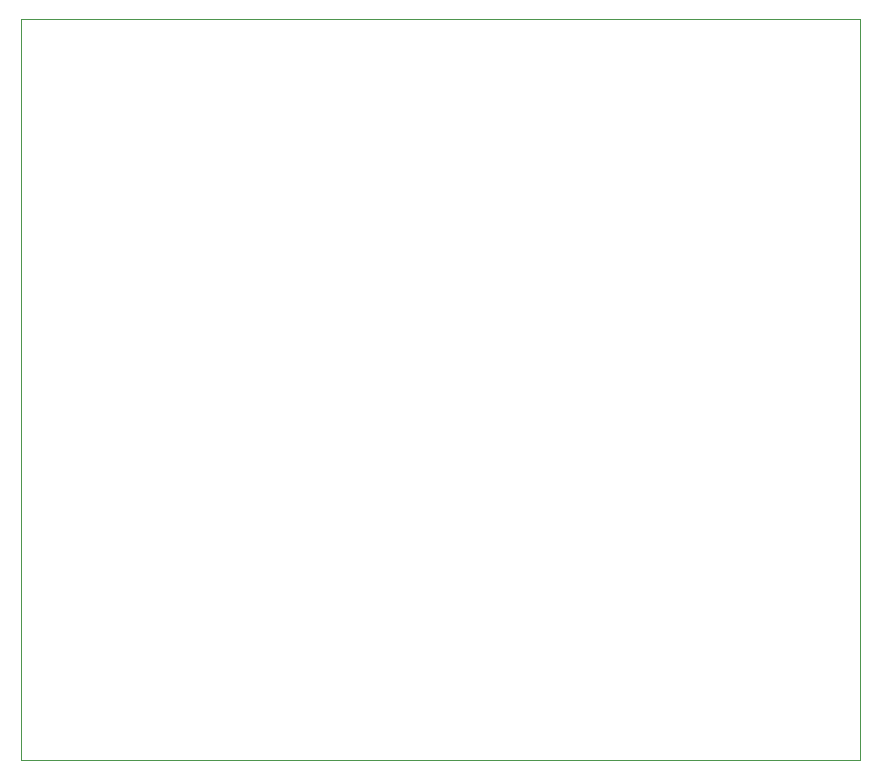
<source format=gm1>
G04 #@! TF.GenerationSoftware,KiCad,Pcbnew,(5.1.5)-3*
G04 #@! TF.CreationDate,2020-04-23T23:50:09+02:00*
G04 #@! TF.ProjectId,User_Interface_Board,55736572-5f49-46e7-9465-72666163655f,rev?*
G04 #@! TF.SameCoordinates,Original*
G04 #@! TF.FileFunction,Profile,NP*
%FSLAX46Y46*%
G04 Gerber Fmt 4.6, Leading zero omitted, Abs format (unit mm)*
G04 Created by KiCad (PCBNEW (5.1.5)-3) date 2020-04-23 23:50:09*
%MOMM*%
%LPD*%
G04 APERTURE LIST*
%ADD10C,0.050000*%
G04 APERTURE END LIST*
D10*
X128000000Y-125000000D02*
X199000000Y-125000000D01*
X128000000Y-62250000D02*
X128000000Y-125000000D01*
X199000000Y-62250000D02*
X128000000Y-62250000D01*
X199000000Y-125000000D02*
X199000000Y-62250000D01*
M02*

</source>
